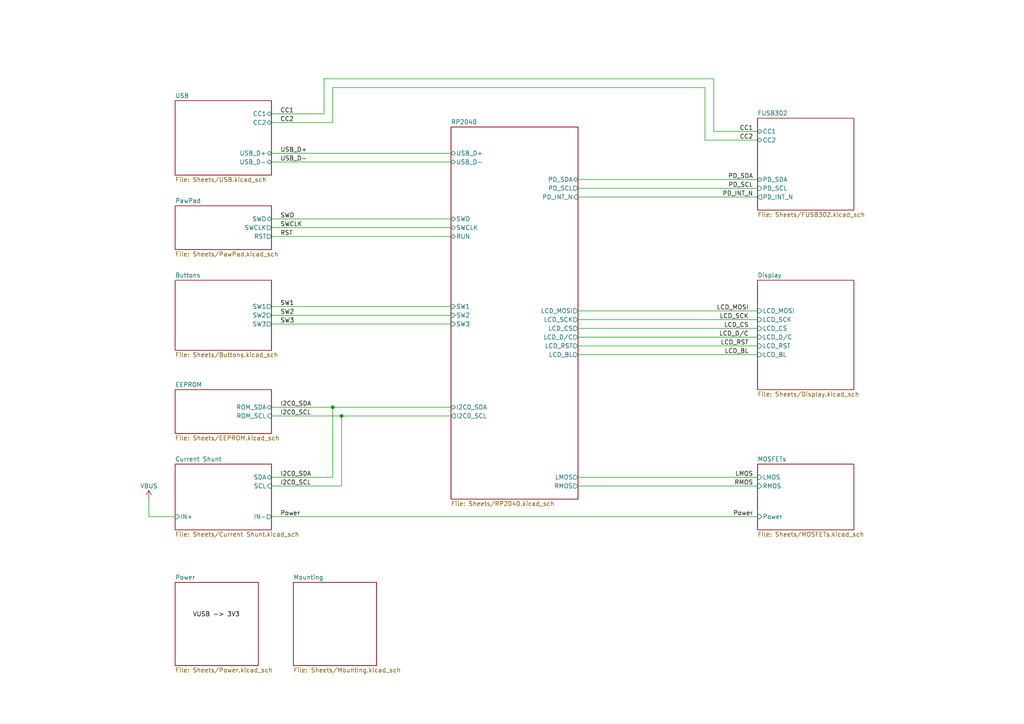
<source format=kicad_sch>
(kicad_sch (version 20230121) (generator eeschema)
  (paper "A4")
  (title_block (title "USB PD Power Distribution") (date "2023-03-17") (rev "1") (company "Cuprum77"))
  (lib_symbols
    (symbol "VBUS_1" (power) (pin_names (offset 0))
      (property "Value" "VBUS_1" (at 0 3.81 0))
      (symbol "VBUS_1_0_1"
        (polyline (pts (xy -0.762 1.27) (xy 0 2.54)))
        (polyline (pts (xy 0 0) (xy 0 2.54)))
        (polyline (pts (xy 0 2.54) (xy 0.762 1.27)))
      )
      (symbol "VBUS_1_1_1"
        (pin power_in line (at 0 0 90) (length 0) hide (name "VBUS") (number "1"))
      )
    )
  )
  (junction (at 96.52 118.11))
  (junction (at 99.06 120.65))
  (wire (pts (xy 78.74 120.65) (xy 99.06 120.65)))
  (wire (pts (xy 78.74 138.43) (xy 96.52 138.43)))
  (wire (pts (xy 78.74 149.86) (xy 219.71 149.86)))
  (wire (pts (xy 78.74 46.99) (xy 130.81 46.99)))
  (wire (pts (xy 167.64 57.15) (xy 219.71 57.15)))
  (wire (pts (xy 167.64 138.43) (xy 219.71 138.43)))
  (wire (pts (xy 78.74 140.97) (xy 99.06 140.97)))
  (wire (pts (xy 93.98 22.86) (xy 207.01 22.86)))
  (wire (pts (xy 78.74 118.11) (xy 96.52 118.11)))
  (wire (pts (xy 96.52 118.11) (xy 96.52 138.43)))
  (wire (pts (xy 167.64 140.97) (xy 219.71 140.97)))
  (wire (pts (xy 78.74 63.5) (xy 130.81 63.5)))
  (wire (pts (xy 99.06 120.65) (xy 130.81 120.65)))
  (wire (pts (xy 43.18 144.78) (xy 43.18 149.86)))
  (wire (pts (xy 204.47 25.4) (xy 96.52 25.4)))
  (wire (pts (xy 78.74 68.58) (xy 130.81 68.58)))
  (wire (pts (xy 78.74 44.45) (xy 130.81 44.45)))
  (wire (pts (xy 204.47 40.64) (xy 219.71 40.64)))
  (wire (pts (xy 78.74 35.56) (xy 96.52 35.56)))
  (wire (pts (xy 167.64 90.17) (xy 219.71 90.17)))
  (wire (pts (xy 78.74 66.04) (xy 130.81 66.04)))
  (wire (pts (xy 78.74 91.44) (xy 130.81 91.44)))
  (wire (pts (xy 167.64 102.87) (xy 219.71 102.87)))
  (wire (pts (xy 167.64 92.71) (xy 219.71 92.71)))
  (wire (pts (xy 207.01 38.1) (xy 219.71 38.1)))
  (wire (pts (xy 96.52 25.4) (xy 96.52 35.56)))
  (wire (pts (xy 167.64 97.79) (xy 219.71 97.79)))
  (wire (pts (xy 93.98 33.02) (xy 93.98 22.86)))
  (wire (pts (xy 78.74 93.98) (xy 130.81 93.98)))
  (wire (pts (xy 78.74 33.02) (xy 93.98 33.02)))
  (wire (pts (xy 78.74 88.9) (xy 130.81 88.9)))
  (wire (pts (xy 99.06 120.65) (xy 99.06 140.97)))
  (wire (pts (xy 207.01 22.86) (xy 207.01 38.1)))
  (wire (pts (xy 96.52 118.11) (xy 130.81 118.11)))
  (wire (pts (xy 167.64 54.61) (xy 219.71 54.61)))
  (wire (pts (xy 204.47 40.64) (xy 204.47 25.4)))
  (wire (pts (xy 167.64 100.33) (xy 219.71 100.33)))
  (wire (pts (xy 167.64 52.07) (xy 219.71 52.07)))
  (wire (pts (xy 167.64 95.25) (xy 219.71 95.25)))
  (wire (pts (xy 50.8 149.86) (xy 43.18 149.86)))
  (text "VUSB -> 3V3" (at 55.88 179.07 0) (effects (font (size 1.27 1.27)) (justify left bottom)))
  (label "LCD_RST" (at 217.17 100.33 180))
  (label "PD_SCL" (at 218.44 54.61 180))
  (label "I2C0_SDA" (at 81.28 138.43 0))
  (label "LCD_D{slash}C" (at 217.17 97.79 180))
  (label "CC1" (at 81.28 33.02 0))
  (label "SW1" (at 81.28 88.9 0))
  (label "USB_D+" (at 81.28 44.45 0))
  (label "RST" (at 81.28 68.58 0))
  (label "PD_INT_N" (at 218.44 57.15 180))
  (label "CC2" (at 81.28 35.56 0))
  (label "CC2" (at 218.44 40.64 180))
  (label "SWCLK" (at 81.28 66.04 0))
  (label "LMOS" (at 218.44 138.43 180))
  (label "LCD_BL" (at 217.17 102.87 180))
  (label "LCD_MOSI" (at 217.17 90.17 180))
  (label "SWD" (at 81.28 63.5 0))
  (label "USB_D-" (at 81.28 46.99 0))
  (label "CC1" (at 218.44 38.1 180))
  (label "Power" (at 81.28 149.86 0))
  (label "PD_SDA" (at 218.44 52.07 180))
  (label "I2C0_SCL" (at 81.28 140.97 0))
  (label "SW3" (at 81.28 93.98 0))
  (label "I2C0_SCL" (at 81.28 120.65 0))
  (label "RMOS" (at 218.44 140.97 180))
  (label "I2C0_SDA" (at 81.28 118.11 0))
  (label "LCD_CS" (at 217.17 95.25 180))
  (label "LCD_SCK" (at 217.17 92.71 180))
  (label "SW2" (at 81.28 91.44 0))
  (label "Power" (at 218.44 149.86 180))
  (symbol (lib_name "VBUS_1") (lib_id "power:VBUS") (at 43.18 144.78 0) (unit 1)
    (property "Reference" "#PWR037" (effects hide))
    (property "Value" "VBUS" (at 43.18 140.97 0))
  )
  (sheet (at 50.8 113.03) (size 27.94 12.7) (stroke (width 0.1524))
    (property "Sheetname" "EEPROM" (at 50.8 112.3184 0) (effects (justify left bottom)))
    (property "Sheetfile" "Sheets/EEPROM.kicad_sch" (at 50.8 126.3146 0) (effects (justify left top)))
    (pin "ROM_SDA" bidirectional (at 78.74 118.11 0))
    (pin "ROM_SCL" input (at 78.74 120.65 0))
  )
  (sheet (at 219.71 34.29) (size 27.94 26.67) (stroke (width 0.1524))
    (property "Sheetname" "FUSB302" (at 219.71 33.5784 0) (effects (justify left bottom)))
    (property "Sheetfile" "Sheets/FUSB302.kicad_sch" (at 219.71 61.5446 0) (effects (justify left top)))
    (pin "PD_SDA" bidirectional (at 219.71 52.07 180))
    (pin "PD_SCL" input (at 219.71 54.61 180))
    (pin "PD_INT_N" output (at 219.71 57.15 180))
    (pin "CC2" bidirectional (at 219.71 40.64 180))
    (pin "CC1" bidirectional (at 219.71 38.1 180))
  )
  (sheet (at 50.8 168.91) (size 24.13 24.13) (stroke (width 0.1524))
    (property "Sheetname" "Power" (at 50.8 168.1984 0) (effects (justify left bottom)))
    (property "Sheetfile" "Sheets/Power.kicad_sch" (at 50.8 193.6246 0) (effects (justify left top)))
  )
  (sheet (at 50.8 81.28) (size 27.94 20.32) (stroke (width 0.1524))
    (property "Sheetname" "Buttons" (at 50.8 80.5684 0) (effects (justify left bottom)))
    (property "Sheetfile" "Sheets/Buttons.kicad_sch" (at 50.8 102.1846 0) (effects (justify left top)))
    (pin "SW3" output (at 78.74 93.98 0))
    (pin "SW2" output (at 78.74 91.44 0))
    (pin "SW1" output (at 78.74 88.9 0))
  )
  (sheet (at 85.09 168.91) (size 24.13 24.13) (stroke (width 0.1524))
    (property "Sheetname" "Mounting" (at 85.09 168.1984 0) (effects (justify left bottom)))
    (property "Sheetfile" "Sheets/Mounting.kicad_sch" (at 85.09 193.6246 0) (effects (justify left top)))
  )
  (sheet (at 219.71 134.62) (size 27.94 19.05) (stroke (width 0.1524))
    (property "Sheetname" "MOSFETs" (at 219.71 133.9084 0) (effects (justify left bottom)))
    (property "Sheetfile" "Sheets/MOSFETs.kicad_sch" (at 219.71 154.2546 0) (effects (justify left top)))
    (pin "LMOS" input (at 219.71 138.43 180))
    (pin "RMOS" input (at 219.71 140.97 180))
    (pin "Power" input (at 219.71 149.86 180))
  )
  (sheet (at 50.8 29.21) (size 27.94 21.59) (stroke (width 0.1524))
    (property "Sheetname" "USB" (at 50.8 28.4984 0) (effects (justify left bottom)))
    (property "Sheetfile" "Sheets/USB.kicad_sch" (at 50.8 51.3846 0) (effects (justify left top)))
    (pin "USB_D-" bidirectional (at 78.74 46.99 0))
    (pin "USB_D+" bidirectional (at 78.74 44.45 0))
    (pin "CC2" bidirectional (at 78.74 35.56 0))
    (pin "CC1" bidirectional (at 78.74 33.02 0))
  )
  (sheet (at 50.8 134.62) (size 27.94 19.05) (stroke (width 0.1524))
    (property "Sheetname" "Current Shunt" (at 50.8 133.9084 0) (effects (justify left bottom)))
    (property "Sheetfile" "Sheets/Current Shunt.kicad_sch" (at 50.8 154.2546 0) (effects (justify left top)))
    (pin "SDA" bidirectional (at 78.74 138.43 0))
    (pin "SCL" input (at 78.74 140.97 0))
    (pin "IN+" input (at 50.8 149.86 180))
    (pin "IN-" output (at 78.74 149.86 0))
  )
  (sheet (at 219.71 81.28) (size 27.94 31.75) (stroke (width 0.1524))
    (property "Sheetname" "Display" (at 219.71 80.5684 0) (effects (justify left bottom)))
    (property "Sheetfile" "Sheets/Display.kicad_sch" (at 219.71 113.6146 0) (effects (justify left top)))
    (pin "LCD_BL" input (at 219.71 102.87 180))
    (pin "LCD_RST" input (at 219.71 100.33 180))
    (pin "LCD_MOSI" input (at 219.71 90.17 180))
    (pin "LCD_SCK" input (at 219.71 92.71 180))
    (pin "LCD_CS" input (at 219.71 95.25 180))
    (pin "LCD_D{slash}C" input (at 219.71 97.79 180))
  )
  (sheet (at 130.81 36.83) (size 36.83 107.95) (stroke (width 0.1524))
    (property "Sheetname" "RP2040" (at 130.81 36.1184 0) (effects (justify left bottom)))
    (property "Sheetfile" "Sheets/RP2040.kicad_sch" (at 130.81 145.3646 0) (effects (justify left top)))
    (pin "I2C0_SDA" bidirectional (at 130.81 118.11 180))
    (pin "PD_SDA" bidirectional (at 167.64 52.07 0))
    (pin "I2C0_SCL" output (at 130.81 120.65 180))
    (pin "PD_SCL" output (at 167.64 54.61 0))
    (pin "PD_INT_N" input (at 167.64 57.15 0))
    (pin "SW1" input (at 130.81 88.9 180))
    (pin "SW2" input (at 130.81 91.44 180))
    (pin "SW3" input (at 130.81 93.98 180))
    (pin "USB_D-" bidirectional (at 130.81 46.99 180))
    (pin "USB_D+" bidirectional (at 130.81 44.45 180))
    (pin "SWD" bidirectional (at 130.81 63.5 180))
    (pin "SWCLK" bidirectional (at 130.81 66.04 180))
    (pin "LCD_MOSI" output (at 167.64 90.17 0))
    (pin "LCD_SCK" output (at 167.64 92.71 0))
    (pin "LCD_CS" output (at 167.64 95.25 0))
    (pin "LCD_D{slash}C" output (at 167.64 97.79 0))
    (pin "LCD_RST" output (at 167.64 100.33 0))
    (pin "LCD_BL" output (at 167.64 102.87 0))
    (pin "LMOS" output (at 167.64 138.43 0))
    (pin "RMOS" output (at 167.64 140.97 0))
    (pin "RUN" bidirectional (at 130.81 68.58 180))
  )
  (sheet (at 50.8 59.69) (size 27.94 12.7) (stroke (width 0.1524))
    (property "Sheetname" "PawPad" (at 50.8 58.9784 0) (effects (justify left bottom)))
    (property "Sheetfile" "Sheets/PawPad.kicad_sch" (at 50.8 72.9746 0) (effects (justify left top)))
    (pin "SWD" bidirectional (at 78.74 63.5 0))
    (pin "SWCLK" output (at 78.74 66.04 0))
    (pin "RST" output (at 78.74 68.58 0))
  )
)
</source>
